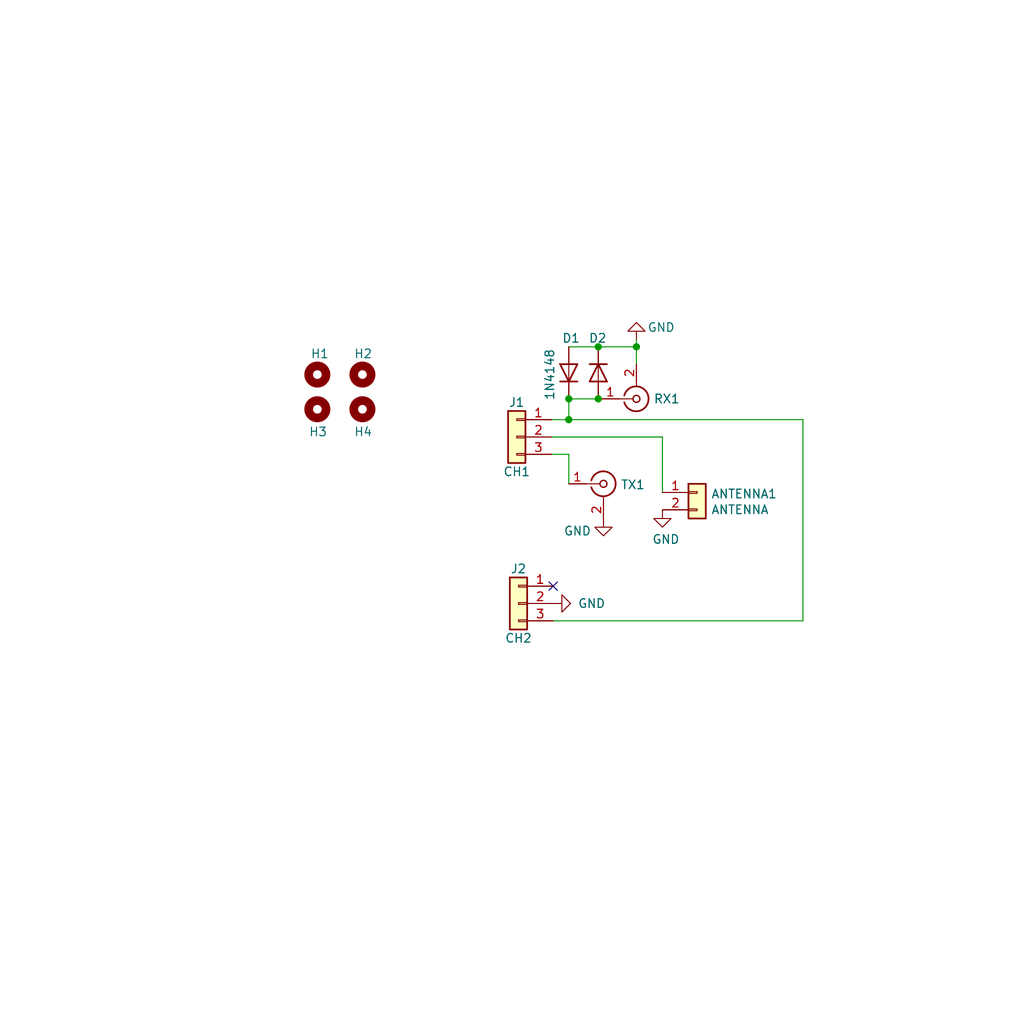
<source format=kicad_sch>
(kicad_sch (version 20211123) (generator eeschema)
  (paper "User" 150.012 150.012)
  (title_block (date "2022-02-10") (rev "v0.01") (company "Author: Dhiru Kholia (VU3CER)"))
  (lib_symbols
    (symbol "Connector:Conn_Coaxial" (pin_names (offset 1.016) hide)
      (property "Reference" "J" (at 0.254 3.048 0))
      (property "Value" "Conn_Coaxial" (at 2.921 0 90))
      (symbol "Conn_Coaxial_0_1"
        (arc (start -1.778 -0.508) (mid 0.222 -1.808) (end 1.778 0) (stroke (width 0.254)))
        (polyline (pts (xy -2.54 0) (xy -0.508 0)))
        (polyline (pts (xy 0 -2.54) (xy 0 -1.778)))
        (circle (center 0 0) (radius 0.508) (stroke (width 0.2032)))
        (arc (start 1.778 0) (mid 0.222 1.8083) (end -1.778 0.508) (stroke (width 0.254)))
      )
      (symbol "Conn_Coaxial_1_1"
        (pin passive line (at -5.08 0 0) (length 2.54) (name "In") (number "1"))
        (pin passive line (at 0 -5.08 90) (length 2.54) (name "Ext") (number "2"))
      )
    )
    (symbol "Connector_Generic:Conn_01x02" (pin_names (offset 1.016) hide)
      (property "Reference" "J" (at 0 2.54 0))
      (property "Value" "Conn_01x02" (at 0 -5.08 0))
      (symbol "Conn_01x02_1_1"
        (rectangle (start -1.27 -2.413) (end 0 -2.667) (stroke (width 0.1524)))
        (rectangle (start -1.27 0.127) (end 0 -0.127) (stroke (width 0.1524)))
        (rectangle (start -1.27 1.27) (end 1.27 -3.81) (stroke (width 0.254)) (fill (type background)))
        (pin passive line (at -5.08 0 0) (length 3.81) (name "Pin_1") (number "1"))
        (pin passive line (at -5.08 -2.54 0) (length 3.81) (name "Pin_2") (number "2"))
      )
    )
    (symbol "Connector_Generic:Conn_01x03" (pin_names (offset 1.016) hide)
      (property "Reference" "J" (at 0 5.08 0))
      (property "Value" "Conn_01x03" (at 0 -5.08 0))
      (symbol "Conn_01x03_1_1"
        (rectangle (start -1.27 -2.413) (end 0 -2.667) (stroke (width 0.1524)))
        (rectangle (start -1.27 0.127) (end 0 -0.127) (stroke (width 0.1524)))
        (rectangle (start -1.27 2.667) (end 0 2.413) (stroke (width 0.1524)))
        (rectangle (start -1.27 3.81) (end 1.27 -3.81) (stroke (width 0.254)) (fill (type background)))
        (pin passive line (at -5.08 2.54 0) (length 3.81) (name "Pin_1") (number "1"))
        (pin passive line (at -5.08 0 0) (length 3.81) (name "Pin_2") (number "2"))
        (pin passive line (at -5.08 -2.54 0) (length 3.81) (name "Pin_3") (number "3"))
      )
    )
    (symbol "Diode:1N4148" (pin_numbers hide) (pin_names (offset 1.016) hide)
      (property "Reference" "D" (at 0 2.54 0))
      (property "Value" "1N4148" (at 0 -2.54 0))
      (symbol "1N4148_0_1"
        (polyline (pts (xy -1.27 1.27) (xy -1.27 -1.27)) (stroke (width 0.254)))
        (polyline (pts (xy 1.27 0) (xy -1.27 0)))
        (polyline (pts (xy 1.27 1.27) (xy 1.27 -1.27) (xy -1.27 0) (xy 1.27 1.27)) (stroke (width 0.254)))
      )
      (symbol "1N4148_1_1"
        (pin passive line (at -3.81 0 0) (length 2.54) (name "K") (number "1"))
        (pin passive line (at 3.81 0 180) (length 2.54) (name "A") (number "2"))
      )
    )
    (symbol "Mechanical:MountingHole" (pin_names (offset 1.016))
      (property "Reference" "H" (at 0 5.08 0))
      (property "Value" "MountingHole" (at 0 3.175 0))
      (symbol "MountingHole_0_1"
        (circle (center 0 0) (radius 1.27) (stroke (width 1.27)))
      )
    )
    (symbol "power:GND" (power) (pin_names (offset 0))
      (property "Value" "GND" (at 0 -3.81 0))
      (symbol "GND_0_1"
        (polyline (pts (xy 0 0) (xy 0 -1.27) (xy 1.27 -1.27) (xy 0 -2.54) (xy -1.27 -1.27) (xy 0 -1.27)))
      )
      (symbol "GND_1_1"
        (pin power_in line (at 0 0 270) (length 0) hide (name "GND") (number "1"))
      )
    )
  )
  (junction (at 83.312 61.468))
  (junction (at 83.312 58.42))
  (junction (at 87.63 58.42))
  (junction (at 93.218 50.8))
  (junction (at 87.63 50.8))
  (no_connect (at 81.026 85.852))
  (wire (pts (xy 87.63 58.42) (xy 88.138 58.42)))
  (wire (pts (xy 83.312 58.42) (xy 87.63 58.42)))
  (wire (pts (xy 81.026 90.932) (xy 117.602 90.932)))
  (wire (pts (xy 97.028 72.136) (xy 97.028 64.008)))
  (wire (pts (xy 80.772 66.548) (xy 83.312 66.548)))
  (wire (pts (xy 93.218 49.784) (xy 93.218 50.8)))
  (wire (pts (xy 93.218 50.8) (xy 93.218 53.34)))
  (wire (pts (xy 83.312 50.8) (xy 87.63 50.8)))
  (wire (pts (xy 83.312 66.548) (xy 83.312 70.866)))
  (wire (pts (xy 80.772 64.008) (xy 97.028 64.008)))
  (wire (pts (xy 80.772 61.468) (xy 83.312 61.468)))
  (wire (pts (xy 83.312 58.42) (xy 83.312 61.468)))
  (wire (pts (xy 117.602 61.468) (xy 117.602 90.932)))
  (wire (pts (xy 83.312 61.468) (xy 117.602 61.468)))
  (wire (pts (xy 87.63 50.8) (xy 93.218 50.8)))
  (symbol (lib_id "Connector:Conn_Coaxial") (at 88.392 70.866 0) (unit 1)
    (property "Reference" "TX1" (at 92.71 70.993 0))
    (property "Value" "Conn_Coaxial" (effects hide))
    (property "Footprint" "Connector_Coaxial:SMA_Amphenol_901-144_Vertical" (effects hide))
    (property "Datasheet" " ~" (effects hide))
  )
  (symbol (lib_id "Connector:Conn_Coaxial") (at 93.218 58.42 0) (mirror x) (unit 1)
    (property "Reference" "RX1" (at 97.663 58.42 0))
    (property "Value" "Conn_Coaxial" (effects hide))
    (property "Footprint" "Connector_Coaxial:SMA_Amphenol_901-144_Vertical" (effects hide))
    (property "Datasheet" " ~" (effects hide))
  )
  (symbol (lib_id "Connector_Generic:Conn_01x03") (at 75.692 64.008 0) (mirror y) (unit 1)
    (property "Reference" "J1" (at 75.692 58.928 0))
    (property "Value" "CH1" (at 75.692 69.088 0))
    (property "Footprint" "TerminalBlock:TerminalBlock_bornier-3_P5.08mm" (effects hide))
  )
  (symbol (lib_id "Diode:1N4148") (at 87.63 54.61 270) (unit 1)
    (property "Reference" "D2" (at 88.9 49.53 90) (effects (justify right)))
    (property "Value" "1N4148" (effects hide))
    (property "Footprint" "Diode_THT:D_DO-35_SOD27_P2.54mm_Vertical_AnodeUp" (effects hide))
    (property "Datasheet" "https://assets.nexperia.com/documents/data-sheet/1N4148_1N4448.pdf" (effects hide))
  )
  (symbol (lib_id "power:GND") (at 97.028 74.676 0) (unit 1)
    (property "Reference" "#PWR03" (effects hide))
    (property "Value" "GND" (at 97.536 78.994 0))
  )
  (symbol (lib_id "Mechanical:MountingHole") (at 53.086 59.944 0) (unit 1)
    (property "Reference" "H4" (at 51.816 63.246 0) (effects (justify left)))
    (property "Value" "MountingHole" (effects hide))
    (property "Footprint" "MountingHole:MountingHole_2.2mm_M2" (effects hide))
  )
  (symbol (lib_id "power:GND") (at 93.218 49.784 180) (unit 1)
    (property "Reference" "#PWR02" (effects hide))
    (property "Value" "GND" (at 96.8502 47.9552 0))
  )
  (symbol (lib_id "Connector_Generic:Conn_01x02") (at 102.108 72.136 0) (unit 1)
    (property "Reference" "ANTENNA1" (at 104.14 72.3392 0) (effects (justify left)))
    (property "Value" "ANTENNA" (at 104.14 74.6506 0) (effects (justify left)))
    (property "Footprint" "TerminalBlock:TerminalBlock_bornier-2_P5.08mm" (effects hide))
  )
  (symbol (lib_id "power:GND") (at 81.026 88.392 90) (unit 1)
    (property "Reference" "#PWR01" (effects hide))
    (property "Value" "GND" (at 84.6136 88.3919 90) (effects (justify right)))
  )
  (symbol (lib_id "Mechanical:MountingHole") (at 53.086 54.864 0) (unit 1)
    (property "Reference" "H2" (at 51.816 51.816 0) (effects (justify left)))
    (property "Value" "MountingHole" (effects hide))
    (property "Footprint" "MountingHole:MountingHole_2.2mm_M2" (effects hide))
  )
  (symbol (lib_id "Diode:1N4148") (at 83.312 54.61 90) (unit 1)
    (property "Reference" "D1" (at 82.296 49.53 90) (effects (justify right)))
    (property "Value" "1N4148" (at 80.518 51.054 0) (effects (justify right)))
    (property "Footprint" "Diode_THT:D_DO-35_SOD27_P2.54mm_Vertical_KathodeUp" (effects hide))
    (property "Datasheet" "https://assets.nexperia.com/documents/data-sheet/1N4148_1N4448.pdf" (effects hide))
  )
  (symbol (lib_id "Mechanical:MountingHole") (at 46.482 59.944 0) (unit 1)
    (property "Reference" "H3" (at 45.212 63.246 0) (effects (justify left)))
    (property "Value" "MountingHole" (effects hide))
    (property "Footprint" "MountingHole:MountingHole_2.2mm_M2" (effects hide))
  )
  (symbol (lib_id "Mechanical:MountingHole") (at 46.482 54.864 0) (unit 1)
    (property "Reference" "H1" (at 45.466 51.816 0) (effects (justify left)))
    (property "Value" "MountingHole" (effects hide))
    (property "Footprint" "MountingHole:MountingHole_2.2mm_M2" (effects hide))
  )
  (symbol (lib_id "Connector_Generic:Conn_01x03") (at 75.946 88.392 0) (mirror y) (unit 1)
    (property "Reference" "J2" (at 75.946 83.312 0))
    (property "Value" "CH2" (at 75.946 93.472 0))
    (property "Footprint" "TerminalBlock:TerminalBlock_bornier-3_P5.08mm" (effects hide))
  )
  (symbol (lib_id "power:GND") (at 88.392 75.946 0) (unit 1)
    (property "Reference" "#PWR0101" (effects hide))
    (property "Value" "GND" (at 84.582 77.7748 0))
  )
)
</source>
